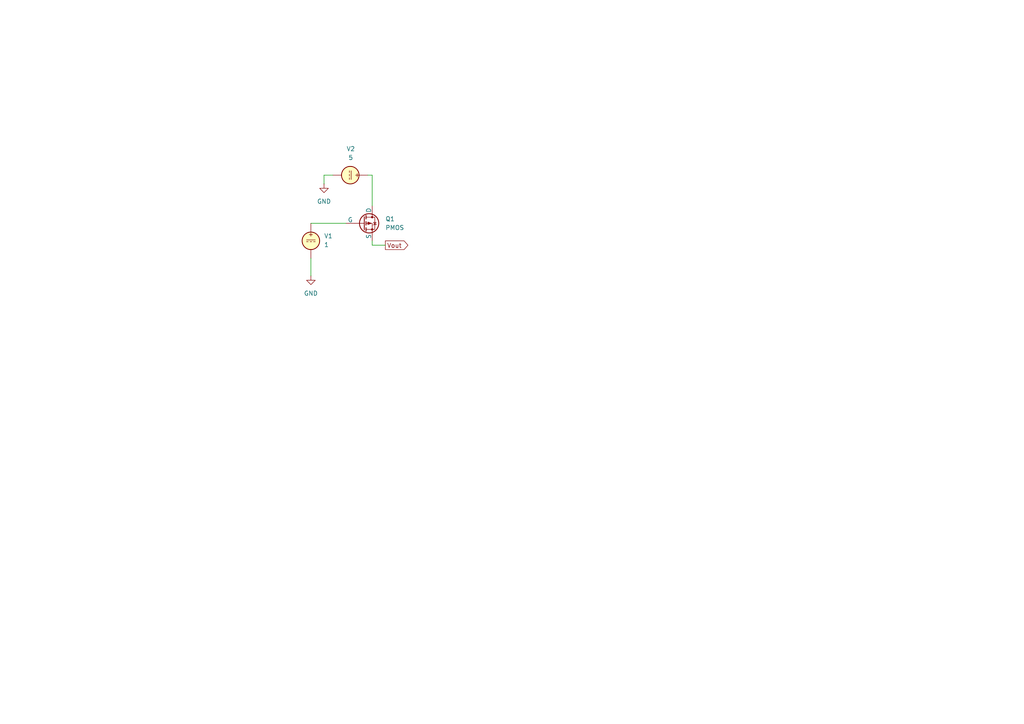
<source format=kicad_sch>
(kicad_sch
	(version 20231120)
	(generator "eeschema")
	(generator_version "8.0")
	(uuid "9773d514-5dd7-470e-a447-b2a408444f39")
	(paper "A4")
	(lib_symbols
		(symbol "Simulation_SPICE:PMOS"
			(pin_numbers hide)
			(pin_names
				(offset 0)
			)
			(exclude_from_sim no)
			(in_bom yes)
			(on_board yes)
			(property "Reference" "Q"
				(at 5.08 1.27 0)
				(effects
					(font
						(size 1.27 1.27)
					)
					(justify left)
				)
			)
			(property "Value" "PMOS"
				(at 5.08 -1.27 0)
				(effects
					(font
						(size 1.27 1.27)
					)
					(justify left)
				)
			)
			(property "Footprint" ""
				(at 5.08 2.54 0)
				(effects
					(font
						(size 1.27 1.27)
					)
					(hide yes)
				)
			)
			(property "Datasheet" "https://ngspice.sourceforge.io/docs/ngspice-html-manual/manual.xhtml#cha_MOSFETs"
				(at 0 -12.7 0)
				(effects
					(font
						(size 1.27 1.27)
					)
					(hide yes)
				)
			)
			(property "Description" "P-MOSFET transistor, drain/source/gate"
				(at 0 0 0)
				(effects
					(font
						(size 1.27 1.27)
					)
					(hide yes)
				)
			)
			(property "Sim.Device" "PMOS"
				(at 0 -17.145 0)
				(effects
					(font
						(size 1.27 1.27)
					)
					(hide yes)
				)
			)
			(property "Sim.Type" "VDMOS"
				(at 0 -19.05 0)
				(effects
					(font
						(size 1.27 1.27)
					)
					(hide yes)
				)
			)
			(property "Sim.Pins" "1=D 2=G 3=S"
				(at 0 -15.24 0)
				(effects
					(font
						(size 1.27 1.27)
					)
					(hide yes)
				)
			)
			(property "ki_keywords" "transistor PMOS P-MOS P-MOSFET simulation"
				(at 0 0 0)
				(effects
					(font
						(size 1.27 1.27)
					)
					(hide yes)
				)
			)
			(symbol "PMOS_0_1"
				(polyline
					(pts
						(xy 0.254 0) (xy -2.54 0)
					)
					(stroke
						(width 0)
						(type default)
					)
					(fill
						(type none)
					)
				)
				(polyline
					(pts
						(xy 0.254 1.905) (xy 0.254 -1.905)
					)
					(stroke
						(width 0.254)
						(type default)
					)
					(fill
						(type none)
					)
				)
				(polyline
					(pts
						(xy 0.762 -1.27) (xy 0.762 -2.286)
					)
					(stroke
						(width 0.254)
						(type default)
					)
					(fill
						(type none)
					)
				)
				(polyline
					(pts
						(xy 0.762 0.508) (xy 0.762 -0.508)
					)
					(stroke
						(width 0.254)
						(type default)
					)
					(fill
						(type none)
					)
				)
				(polyline
					(pts
						(xy 0.762 2.286) (xy 0.762 1.27)
					)
					(stroke
						(width 0.254)
						(type default)
					)
					(fill
						(type none)
					)
				)
				(polyline
					(pts
						(xy 2.54 2.54) (xy 2.54 1.778)
					)
					(stroke
						(width 0)
						(type default)
					)
					(fill
						(type none)
					)
				)
				(polyline
					(pts
						(xy 2.54 -2.54) (xy 2.54 0) (xy 0.762 0)
					)
					(stroke
						(width 0)
						(type default)
					)
					(fill
						(type none)
					)
				)
				(polyline
					(pts
						(xy 0.762 1.778) (xy 3.302 1.778) (xy 3.302 -1.778) (xy 0.762 -1.778)
					)
					(stroke
						(width 0)
						(type default)
					)
					(fill
						(type none)
					)
				)
				(polyline
					(pts
						(xy 2.286 0) (xy 1.27 0.381) (xy 1.27 -0.381) (xy 2.286 0)
					)
					(stroke
						(width 0)
						(type default)
					)
					(fill
						(type outline)
					)
				)
				(polyline
					(pts
						(xy 2.794 -0.508) (xy 2.921 -0.381) (xy 3.683 -0.381) (xy 3.81 -0.254)
					)
					(stroke
						(width 0)
						(type default)
					)
					(fill
						(type none)
					)
				)
				(polyline
					(pts
						(xy 3.302 -0.381) (xy 2.921 0.254) (xy 3.683 0.254) (xy 3.302 -0.381)
					)
					(stroke
						(width 0)
						(type default)
					)
					(fill
						(type none)
					)
				)
				(circle
					(center 1.651 0)
					(radius 2.794)
					(stroke
						(width 0.254)
						(type default)
					)
					(fill
						(type none)
					)
				)
				(circle
					(center 2.54 -1.778)
					(radius 0.254)
					(stroke
						(width 0)
						(type default)
					)
					(fill
						(type outline)
					)
				)
				(circle
					(center 2.54 1.778)
					(radius 0.254)
					(stroke
						(width 0)
						(type default)
					)
					(fill
						(type outline)
					)
				)
			)
			(symbol "PMOS_1_1"
				(pin passive line
					(at 2.54 5.08 270)
					(length 2.54)
					(name "D"
						(effects
							(font
								(size 1.27 1.27)
							)
						)
					)
					(number "1"
						(effects
							(font
								(size 1.27 1.27)
							)
						)
					)
				)
				(pin input line
					(at -5.08 0 0)
					(length 2.54)
					(name "G"
						(effects
							(font
								(size 1.27 1.27)
							)
						)
					)
					(number "2"
						(effects
							(font
								(size 1.27 1.27)
							)
						)
					)
				)
				(pin passive line
					(at 2.54 -5.08 90)
					(length 2.54)
					(name "S"
						(effects
							(font
								(size 1.27 1.27)
							)
						)
					)
					(number "3"
						(effects
							(font
								(size 1.27 1.27)
							)
						)
					)
				)
			)
		)
		(symbol "Simulation_SPICE:VDC"
			(pin_numbers hide)
			(pin_names
				(offset 0.0254)
			)
			(exclude_from_sim no)
			(in_bom yes)
			(on_board yes)
			(property "Reference" "V"
				(at 2.54 2.54 0)
				(effects
					(font
						(size 1.27 1.27)
					)
					(justify left)
				)
			)
			(property "Value" "1"
				(at 2.54 0 0)
				(effects
					(font
						(size 1.27 1.27)
					)
					(justify left)
				)
			)
			(property "Footprint" ""
				(at 0 0 0)
				(effects
					(font
						(size 1.27 1.27)
					)
					(hide yes)
				)
			)
			(property "Datasheet" "https://ngspice.sourceforge.io/docs/ngspice-html-manual/manual.xhtml#sec_Independent_Sources_for"
				(at 0 0 0)
				(effects
					(font
						(size 1.27 1.27)
					)
					(hide yes)
				)
			)
			(property "Description" "Voltage source, DC"
				(at 0 0 0)
				(effects
					(font
						(size 1.27 1.27)
					)
					(hide yes)
				)
			)
			(property "Sim.Pins" "1=+ 2=-"
				(at 0 0 0)
				(effects
					(font
						(size 1.27 1.27)
					)
					(hide yes)
				)
			)
			(property "Sim.Type" "DC"
				(at 0 0 0)
				(effects
					(font
						(size 1.27 1.27)
					)
					(hide yes)
				)
			)
			(property "Sim.Device" "V"
				(at 0 0 0)
				(effects
					(font
						(size 1.27 1.27)
					)
					(justify left)
					(hide yes)
				)
			)
			(property "ki_keywords" "simulation"
				(at 0 0 0)
				(effects
					(font
						(size 1.27 1.27)
					)
					(hide yes)
				)
			)
			(symbol "VDC_0_0"
				(polyline
					(pts
						(xy -1.27 0.254) (xy 1.27 0.254)
					)
					(stroke
						(width 0)
						(type default)
					)
					(fill
						(type none)
					)
				)
				(polyline
					(pts
						(xy -0.762 -0.254) (xy -1.27 -0.254)
					)
					(stroke
						(width 0)
						(type default)
					)
					(fill
						(type none)
					)
				)
				(polyline
					(pts
						(xy 0.254 -0.254) (xy -0.254 -0.254)
					)
					(stroke
						(width 0)
						(type default)
					)
					(fill
						(type none)
					)
				)
				(polyline
					(pts
						(xy 1.27 -0.254) (xy 0.762 -0.254)
					)
					(stroke
						(width 0)
						(type default)
					)
					(fill
						(type none)
					)
				)
				(text "+"
					(at 0 1.905 0)
					(effects
						(font
							(size 1.27 1.27)
						)
					)
				)
			)
			(symbol "VDC_0_1"
				(circle
					(center 0 0)
					(radius 2.54)
					(stroke
						(width 0.254)
						(type default)
					)
					(fill
						(type background)
					)
				)
			)
			(symbol "VDC_1_1"
				(pin passive line
					(at 0 5.08 270)
					(length 2.54)
					(name "~"
						(effects
							(font
								(size 1.27 1.27)
							)
						)
					)
					(number "1"
						(effects
							(font
								(size 1.27 1.27)
							)
						)
					)
				)
				(pin passive line
					(at 0 -5.08 90)
					(length 2.54)
					(name "~"
						(effects
							(font
								(size 1.27 1.27)
							)
						)
					)
					(number "2"
						(effects
							(font
								(size 1.27 1.27)
							)
						)
					)
				)
			)
		)
		(symbol "power:GND"
			(power)
			(pin_numbers hide)
			(pin_names
				(offset 0) hide)
			(exclude_from_sim no)
			(in_bom yes)
			(on_board yes)
			(property "Reference" "#PWR"
				(at 0 -6.35 0)
				(effects
					(font
						(size 1.27 1.27)
					)
					(hide yes)
				)
			)
			(property "Value" "GND"
				(at 0 -3.81 0)
				(effects
					(font
						(size 1.27 1.27)
					)
				)
			)
			(property "Footprint" ""
				(at 0 0 0)
				(effects
					(font
						(size 1.27 1.27)
					)
					(hide yes)
				)
			)
			(property "Datasheet" ""
				(at 0 0 0)
				(effects
					(font
						(size 1.27 1.27)
					)
					(hide yes)
				)
			)
			(property "Description" "Power symbol creates a global label with name \"GND\" , ground"
				(at 0 0 0)
				(effects
					(font
						(size 1.27 1.27)
					)
					(hide yes)
				)
			)
			(property "ki_keywords" "global power"
				(at 0 0 0)
				(effects
					(font
						(size 1.27 1.27)
					)
					(hide yes)
				)
			)
			(symbol "GND_0_1"
				(polyline
					(pts
						(xy 0 0) (xy 0 -1.27) (xy 1.27 -1.27) (xy 0 -2.54) (xy -1.27 -1.27) (xy 0 -1.27)
					)
					(stroke
						(width 0)
						(type default)
					)
					(fill
						(type none)
					)
				)
			)
			(symbol "GND_1_1"
				(pin power_in line
					(at 0 0 270)
					(length 0)
					(name "~"
						(effects
							(font
								(size 1.27 1.27)
							)
						)
					)
					(number "1"
						(effects
							(font
								(size 1.27 1.27)
							)
						)
					)
				)
			)
		)
	)
	(wire
		(pts
			(xy 111.76 71.12) (xy 107.95 71.12)
		)
		(stroke
			(width 0)
			(type default)
		)
		(uuid "03d76bb5-b94d-4f9c-964d-fb86dc0ba786")
	)
	(wire
		(pts
			(xy 93.98 50.8) (xy 96.52 50.8)
		)
		(stroke
			(width 0)
			(type default)
		)
		(uuid "14e43184-5fc4-4d2f-b13e-c36fdadd8843")
	)
	(wire
		(pts
			(xy 107.95 71.12) (xy 107.95 69.85)
		)
		(stroke
			(width 0)
			(type default)
		)
		(uuid "1624314b-1ea6-4c8a-9680-447b2e40d699")
	)
	(wire
		(pts
			(xy 107.95 50.8) (xy 106.68 50.8)
		)
		(stroke
			(width 0)
			(type default)
		)
		(uuid "1de7c1d4-15f8-48ee-99c4-75d3648e8bcf")
	)
	(wire
		(pts
			(xy 90.17 64.77) (xy 100.33 64.77)
		)
		(stroke
			(width 0)
			(type default)
		)
		(uuid "27aa74b1-0e8f-4817-980b-51f988be931a")
	)
	(wire
		(pts
			(xy 90.17 80.01) (xy 90.17 74.93)
		)
		(stroke
			(width 0)
			(type default)
		)
		(uuid "607a20f0-fd7c-481d-924b-14823105f750")
	)
	(wire
		(pts
			(xy 93.98 53.34) (xy 93.98 50.8)
		)
		(stroke
			(width 0)
			(type default)
		)
		(uuid "81b343cf-039b-4687-859e-a9f0416bf3c5")
	)
	(wire
		(pts
			(xy 107.95 50.8) (xy 107.95 59.69)
		)
		(stroke
			(width 0)
			(type default)
		)
		(uuid "ee473e98-9fdc-438a-bb0f-ca0fb6bf3c7f")
	)
	(global_label "Vout"
		(shape output)
		(at 111.76 71.12 0)
		(fields_autoplaced yes)
		(effects
			(font
				(size 1.27 1.27)
			)
			(justify left)
		)
		(uuid "21864736-7114-427f-b0ab-3612839886bf")
		(property "Intersheetrefs" "${INTERSHEET_REFS}"
			(at 118.8575 71.12 0)
			(effects
				(font
					(size 1.27 1.27)
				)
				(justify left)
				(hide yes)
			)
		)
	)
	(symbol
		(lib_id "Simulation_SPICE:VDC")
		(at 101.6 50.8 270)
		(mirror x)
		(unit 1)
		(exclude_from_sim no)
		(in_bom yes)
		(on_board yes)
		(dnp no)
		(fields_autoplaced yes)
		(uuid "1595c745-d1b2-4ac4-a8e4-799238ecaa83")
		(property "Reference" "V2"
			(at 101.7298 43.18 90)
			(effects
				(font
					(size 1.27 1.27)
				)
			)
		)
		(property "Value" "5"
			(at 101.7298 45.72 90)
			(effects
				(font
					(size 1.27 1.27)
				)
			)
		)
		(property "Footprint" ""
			(at 101.6 50.8 0)
			(effects
				(font
					(size 1.27 1.27)
				)
				(hide yes)
			)
		)
		(property "Datasheet" "https://ngspice.sourceforge.io/docs/ngspice-html-manual/manual.xhtml#sec_Independent_Sources_for"
			(at 101.6 50.8 0)
			(effects
				(font
					(size 1.27 1.27)
				)
				(hide yes)
			)
		)
		(property "Description" "Voltage source, DC"
			(at 101.6 50.8 0)
			(effects
				(font
					(size 1.27 1.27)
				)
				(hide yes)
			)
		)
		(property "Sim.Pins" "1=+ 2=-"
			(at 101.6 50.8 0)
			(effects
				(font
					(size 1.27 1.27)
				)
				(hide yes)
			)
		)
		(property "Sim.Type" "DC"
			(at 101.6 50.8 0)
			(effects
				(font
					(size 1.27 1.27)
				)
				(hide yes)
			)
		)
		(property "Sim.Device" "V"
			(at 101.6 50.8 0)
			(effects
				(font
					(size 1.27 1.27)
				)
				(justify left)
				(hide yes)
			)
		)
		(pin "1"
			(uuid "ce4db51a-871c-49d5-8a1f-c81ab0c0c7d9")
		)
		(pin "2"
			(uuid "7ed5d610-36c7-4c46-aca4-0602b3b21d4f")
		)
		(instances
			(project "ESP32-GetStok-V2"
				(path "/e6133a6e-92e1-465e-b68a-343a1d48537b/557273e3-0a20-4d98-997d-fc0ab110be0b"
					(reference "V2")
					(unit 1)
				)
			)
		)
	)
	(symbol
		(lib_id "Simulation_SPICE:VDC")
		(at 90.17 69.85 0)
		(mirror y)
		(unit 1)
		(exclude_from_sim no)
		(in_bom yes)
		(on_board yes)
		(dnp no)
		(fields_autoplaced yes)
		(uuid "7c4f5530-2461-4a39-8bd0-544a2552d7f2")
		(property "Reference" "V1"
			(at 93.98 68.4501 0)
			(effects
				(font
					(size 1.27 1.27)
				)
				(justify right)
			)
		)
		(property "Value" "1"
			(at 93.98 70.9901 0)
			(effects
				(font
					(size 1.27 1.27)
				)
				(justify right)
			)
		)
		(property "Footprint" ""
			(at 90.17 69.85 0)
			(effects
				(font
					(size 1.27 1.27)
				)
				(hide yes)
			)
		)
		(property "Datasheet" "https://ngspice.sourceforge.io/docs/ngspice-html-manual/manual.xhtml#sec_Independent_Sources_for"
			(at 90.17 69.85 0)
			(effects
				(font
					(size 1.27 1.27)
				)
				(hide yes)
			)
		)
		(property "Description" "Voltage source, DC"
			(at 90.17 69.85 0)
			(effects
				(font
					(size 1.27 1.27)
				)
				(hide yes)
			)
		)
		(property "Sim.Pins" "1=+ 2=-"
			(at 90.17 69.85 0)
			(effects
				(font
					(size 1.27 1.27)
				)
				(hide yes)
			)
		)
		(property "Sim.Type" "DC"
			(at 90.17 69.85 0)
			(effects
				(font
					(size 1.27 1.27)
				)
				(hide yes)
			)
		)
		(property "Sim.Device" "V"
			(at 90.17 69.85 0)
			(effects
				(font
					(size 1.27 1.27)
				)
				(justify left)
				(hide yes)
			)
		)
		(pin "1"
			(uuid "3036bad1-23ad-45f8-8515-a7577e2f3ab8")
		)
		(pin "2"
			(uuid "c5d8e255-caa1-4a3f-b28c-7e795b2d9cdf")
		)
		(instances
			(project ""
				(path "/e6133a6e-92e1-465e-b68a-343a1d48537b/557273e3-0a20-4d98-997d-fc0ab110be0b"
					(reference "V1")
					(unit 1)
				)
			)
		)
	)
	(symbol
		(lib_id "power:GND")
		(at 90.17 80.01 0)
		(unit 1)
		(exclude_from_sim no)
		(in_bom yes)
		(on_board yes)
		(dnp no)
		(fields_autoplaced yes)
		(uuid "adf63463-d6eb-45f7-bcb6-a5ed9d577c4e")
		(property "Reference" "#PWR037"
			(at 90.17 86.36 0)
			(effects
				(font
					(size 1.27 1.27)
				)
				(hide yes)
			)
		)
		(property "Value" "GND"
			(at 90.17 85.09 0)
			(effects
				(font
					(size 1.27 1.27)
				)
			)
		)
		(property "Footprint" ""
			(at 90.17 80.01 0)
			(effects
				(font
					(size 1.27 1.27)
				)
				(hide yes)
			)
		)
		(property "Datasheet" ""
			(at 90.17 80.01 0)
			(effects
				(font
					(size 1.27 1.27)
				)
				(hide yes)
			)
		)
		(property "Description" "Power symbol creates a global label with name \"GND\" , ground"
			(at 90.17 80.01 0)
			(effects
				(font
					(size 1.27 1.27)
				)
				(hide yes)
			)
		)
		(pin "1"
			(uuid "ae3b5750-a2a8-4fd0-b2c7-0a49c0c61d3b")
		)
		(instances
			(project ""
				(path "/e6133a6e-92e1-465e-b68a-343a1d48537b/557273e3-0a20-4d98-997d-fc0ab110be0b"
					(reference "#PWR037")
					(unit 1)
				)
			)
		)
	)
	(symbol
		(lib_id "Simulation_SPICE:PMOS")
		(at 105.41 64.77 0)
		(unit 1)
		(exclude_from_sim no)
		(in_bom yes)
		(on_board yes)
		(dnp no)
		(fields_autoplaced yes)
		(uuid "c094d0df-e10c-4892-b24a-86b0d9a35374")
		(property "Reference" "Q1"
			(at 111.76 63.4999 0)
			(effects
				(font
					(size 1.27 1.27)
				)
				(justify left)
			)
		)
		(property "Value" "PMOS"
			(at 111.76 66.0399 0)
			(effects
				(font
					(size 1.27 1.27)
				)
				(justify left)
			)
		)
		(property "Footprint" ""
			(at 110.49 62.23 0)
			(effects
				(font
					(size 1.27 1.27)
				)
				(hide yes)
			)
		)
		(property "Datasheet" "https://ngspice.sourceforge.io/docs/ngspice-html-manual/manual.xhtml#cha_MOSFETs"
			(at 105.41 77.47 0)
			(effects
				(font
					(size 1.27 1.27)
				)
				(hide yes)
			)
		)
		(property "Description" "P-MOSFET transistor, drain/source/gate"
			(at 105.41 64.77 0)
			(effects
				(font
					(size 1.27 1.27)
				)
				(hide yes)
			)
		)
		(property "Sim.Device" "PMOS"
			(at 105.41 81.915 0)
			(effects
				(font
					(size 1.27 1.27)
				)
				(hide yes)
			)
		)
		(property "Sim.Type" "VDMOS"
			(at 105.41 83.82 0)
			(effects
				(font
					(size 1.27 1.27)
				)
				(hide yes)
			)
		)
		(property "Sim.Pins" "1=D 2=G 3=S"
			(at 105.41 80.01 0)
			(effects
				(font
					(size 1.27 1.27)
				)
				(hide yes)
			)
		)
		(pin "2"
			(uuid "af730868-fc2b-4f97-8977-a985d1e28853")
		)
		(pin "1"
			(uuid "fe7a8ac6-280c-4be6-b6ad-9ac3f5fc2b65")
		)
		(pin "3"
			(uuid "713b99cb-070a-46bd-a916-bd569a0e580f")
		)
		(instances
			(project ""
				(path "/e6133a6e-92e1-465e-b68a-343a1d48537b/557273e3-0a20-4d98-997d-fc0ab110be0b"
					(reference "Q1")
					(unit 1)
				)
			)
		)
	)
	(symbol
		(lib_id "power:GND")
		(at 93.98 53.34 0)
		(unit 1)
		(exclude_from_sim no)
		(in_bom yes)
		(on_board yes)
		(dnp no)
		(fields_autoplaced yes)
		(uuid "d70e1070-2e72-46dc-b396-f324cac7a78d")
		(property "Reference" "#PWR038"
			(at 93.98 59.69 0)
			(effects
				(font
					(size 1.27 1.27)
				)
				(hide yes)
			)
		)
		(property "Value" "GND"
			(at 93.98 58.42 0)
			(effects
				(font
					(size 1.27 1.27)
				)
			)
		)
		(property "Footprint" ""
			(at 93.98 53.34 0)
			(effects
				(font
					(size 1.27 1.27)
				)
				(hide yes)
			)
		)
		(property "Datasheet" ""
			(at 93.98 53.34 0)
			(effects
				(font
					(size 1.27 1.27)
				)
				(hide yes)
			)
		)
		(property "Description" "Power symbol creates a global label with name \"GND\" , ground"
			(at 93.98 53.34 0)
			(effects
				(font
					(size 1.27 1.27)
				)
				(hide yes)
			)
		)
		(pin "1"
			(uuid "0dc1786a-b31c-4447-9802-9b0782eb455d")
		)
		(instances
			(project "ESP32-GetStok-V2"
				(path "/e6133a6e-92e1-465e-b68a-343a1d48537b/557273e3-0a20-4d98-997d-fc0ab110be0b"
					(reference "#PWR038")
					(unit 1)
				)
			)
		)
	)
)

</source>
